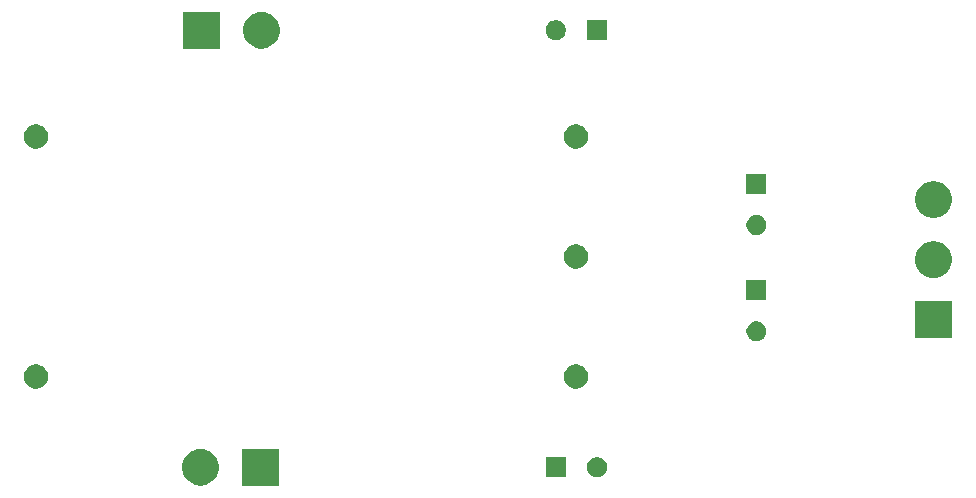
<source format=gbs>
G04 #@! TF.GenerationSoftware,KiCad,Pcbnew,(5.1.4)-1*
G04 #@! TF.CreationDate,2021-06-03T13:44:04-04:00*
G04 #@! TF.ProjectId,controller_power_mod,636f6e74-726f-46c6-9c65-725f706f7765,rev?*
G04 #@! TF.SameCoordinates,Original*
G04 #@! TF.FileFunction,Soldermask,Bot*
G04 #@! TF.FilePolarity,Negative*
%FSLAX46Y46*%
G04 Gerber Fmt 4.6, Leading zero omitted, Abs format (unit mm)*
G04 Created by KiCad (PCBNEW (5.1.4)-1) date 2021-06-03 13:44:04*
%MOMM*%
%LPD*%
G04 APERTURE LIST*
%ADD10C,0.100000*%
G04 APERTURE END LIST*
D10*
G36*
X69551000Y-110551000D02*
G01*
X66449000Y-110551000D01*
X66449000Y-107449000D01*
X69551000Y-107449000D01*
X69551000Y-110551000D01*
X69551000Y-110551000D01*
G37*
G36*
X63222585Y-107478802D02*
G01*
X63372410Y-107508604D01*
X63654674Y-107625521D01*
X63908705Y-107795259D01*
X64124741Y-108011295D01*
X64294479Y-108265326D01*
X64411396Y-108547590D01*
X64471000Y-108847240D01*
X64471000Y-109152760D01*
X64411396Y-109452410D01*
X64294479Y-109734674D01*
X64124741Y-109988705D01*
X63908705Y-110204741D01*
X63654674Y-110374479D01*
X63372410Y-110491396D01*
X63222585Y-110521198D01*
X63072761Y-110551000D01*
X62767239Y-110551000D01*
X62617415Y-110521198D01*
X62467590Y-110491396D01*
X62185326Y-110374479D01*
X61931295Y-110204741D01*
X61715259Y-109988705D01*
X61545521Y-109734674D01*
X61428604Y-109452410D01*
X61369000Y-109152760D01*
X61369000Y-108847240D01*
X61428604Y-108547590D01*
X61545521Y-108265326D01*
X61715259Y-108011295D01*
X61931295Y-107795259D01*
X62185326Y-107625521D01*
X62467590Y-107508604D01*
X62617415Y-107478802D01*
X62767239Y-107449000D01*
X63072761Y-107449000D01*
X63222585Y-107478802D01*
X63222585Y-107478802D01*
G37*
G36*
X93851000Y-109851000D02*
G01*
X92149000Y-109851000D01*
X92149000Y-108149000D01*
X93851000Y-108149000D01*
X93851000Y-109851000D01*
X93851000Y-109851000D01*
G37*
G36*
X96748228Y-108181703D02*
G01*
X96903100Y-108245853D01*
X97042481Y-108338985D01*
X97161015Y-108457519D01*
X97254147Y-108596900D01*
X97318297Y-108751772D01*
X97351000Y-108916184D01*
X97351000Y-109083816D01*
X97318297Y-109248228D01*
X97254147Y-109403100D01*
X97161015Y-109542481D01*
X97042481Y-109661015D01*
X96903100Y-109754147D01*
X96748228Y-109818297D01*
X96583816Y-109851000D01*
X96416184Y-109851000D01*
X96251772Y-109818297D01*
X96096900Y-109754147D01*
X95957519Y-109661015D01*
X95838985Y-109542481D01*
X95745853Y-109403100D01*
X95681703Y-109248228D01*
X95649000Y-109083816D01*
X95649000Y-108916184D01*
X95681703Y-108751772D01*
X95745853Y-108596900D01*
X95838985Y-108457519D01*
X95957519Y-108338985D01*
X96096900Y-108245853D01*
X96251772Y-108181703D01*
X96416184Y-108149000D01*
X96583816Y-108149000D01*
X96748228Y-108181703D01*
X96748228Y-108181703D01*
G37*
G36*
X95019272Y-100333428D02*
G01*
X95205991Y-100410770D01*
X95205993Y-100410771D01*
X95374037Y-100523054D01*
X95516946Y-100665963D01*
X95629229Y-100834007D01*
X95629230Y-100834009D01*
X95706572Y-101020728D01*
X95746000Y-101218947D01*
X95746000Y-101421053D01*
X95706572Y-101619272D01*
X95629230Y-101805991D01*
X95629229Y-101805993D01*
X95516946Y-101974037D01*
X95374037Y-102116946D01*
X95205993Y-102229229D01*
X95205992Y-102229230D01*
X95205991Y-102229230D01*
X95019272Y-102306572D01*
X94821053Y-102346000D01*
X94618947Y-102346000D01*
X94420728Y-102306572D01*
X94234009Y-102229230D01*
X94234008Y-102229230D01*
X94234007Y-102229229D01*
X94065963Y-102116946D01*
X93923054Y-101974037D01*
X93810771Y-101805993D01*
X93810770Y-101805991D01*
X93733428Y-101619272D01*
X93694000Y-101421053D01*
X93694000Y-101218947D01*
X93733428Y-101020728D01*
X93810770Y-100834009D01*
X93810771Y-100834007D01*
X93923054Y-100665963D01*
X94065963Y-100523054D01*
X94234007Y-100410771D01*
X94234009Y-100410770D01*
X94420728Y-100333428D01*
X94618947Y-100294000D01*
X94821053Y-100294000D01*
X95019272Y-100333428D01*
X95019272Y-100333428D01*
G37*
G36*
X49299272Y-100333428D02*
G01*
X49485991Y-100410770D01*
X49485993Y-100410771D01*
X49654037Y-100523054D01*
X49796946Y-100665963D01*
X49909229Y-100834007D01*
X49909230Y-100834009D01*
X49986572Y-101020728D01*
X50026000Y-101218947D01*
X50026000Y-101421053D01*
X49986572Y-101619272D01*
X49909230Y-101805991D01*
X49909229Y-101805993D01*
X49796946Y-101974037D01*
X49654037Y-102116946D01*
X49485993Y-102229229D01*
X49485992Y-102229230D01*
X49485991Y-102229230D01*
X49299272Y-102306572D01*
X49101053Y-102346000D01*
X48898947Y-102346000D01*
X48700728Y-102306572D01*
X48514009Y-102229230D01*
X48514008Y-102229230D01*
X48514007Y-102229229D01*
X48345963Y-102116946D01*
X48203054Y-101974037D01*
X48090771Y-101805993D01*
X48090770Y-101805991D01*
X48013428Y-101619272D01*
X47974000Y-101421053D01*
X47974000Y-101218947D01*
X48013428Y-101020728D01*
X48090770Y-100834009D01*
X48090771Y-100834007D01*
X48203054Y-100665963D01*
X48345963Y-100523054D01*
X48514007Y-100410771D01*
X48514009Y-100410770D01*
X48700728Y-100333428D01*
X48898947Y-100294000D01*
X49101053Y-100294000D01*
X49299272Y-100333428D01*
X49299272Y-100333428D01*
G37*
G36*
X110248228Y-96681703D02*
G01*
X110403100Y-96745853D01*
X110542481Y-96838985D01*
X110661015Y-96957519D01*
X110754147Y-97096900D01*
X110818297Y-97251772D01*
X110851000Y-97416184D01*
X110851000Y-97583816D01*
X110818297Y-97748228D01*
X110754147Y-97903100D01*
X110661015Y-98042481D01*
X110542481Y-98161015D01*
X110403100Y-98254147D01*
X110248228Y-98318297D01*
X110083816Y-98351000D01*
X109916184Y-98351000D01*
X109751772Y-98318297D01*
X109596900Y-98254147D01*
X109457519Y-98161015D01*
X109338985Y-98042481D01*
X109245853Y-97903100D01*
X109181703Y-97748228D01*
X109149000Y-97583816D01*
X109149000Y-97416184D01*
X109181703Y-97251772D01*
X109245853Y-97096900D01*
X109338985Y-96957519D01*
X109457519Y-96838985D01*
X109596900Y-96745853D01*
X109751772Y-96681703D01*
X109916184Y-96649000D01*
X110083816Y-96649000D01*
X110248228Y-96681703D01*
X110248228Y-96681703D01*
G37*
G36*
X126551000Y-98051000D02*
G01*
X123449000Y-98051000D01*
X123449000Y-94949000D01*
X126551000Y-94949000D01*
X126551000Y-98051000D01*
X126551000Y-98051000D01*
G37*
G36*
X110851000Y-94851000D02*
G01*
X109149000Y-94851000D01*
X109149000Y-93149000D01*
X110851000Y-93149000D01*
X110851000Y-94851000D01*
X110851000Y-94851000D01*
G37*
G36*
X125302585Y-89898802D02*
G01*
X125452410Y-89928604D01*
X125734674Y-90045521D01*
X125988705Y-90215259D01*
X126204741Y-90431295D01*
X126374479Y-90685326D01*
X126491396Y-90967590D01*
X126491396Y-90967591D01*
X126551000Y-91267239D01*
X126551000Y-91572761D01*
X126536433Y-91645993D01*
X126491396Y-91872410D01*
X126374479Y-92154674D01*
X126204741Y-92408705D01*
X125988705Y-92624741D01*
X125734674Y-92794479D01*
X125452410Y-92911396D01*
X125302585Y-92941198D01*
X125152761Y-92971000D01*
X124847239Y-92971000D01*
X124697415Y-92941198D01*
X124547590Y-92911396D01*
X124265326Y-92794479D01*
X124011295Y-92624741D01*
X123795259Y-92408705D01*
X123625521Y-92154674D01*
X123508604Y-91872410D01*
X123463567Y-91645993D01*
X123449000Y-91572761D01*
X123449000Y-91267239D01*
X123508604Y-90967591D01*
X123508604Y-90967590D01*
X123625521Y-90685326D01*
X123795259Y-90431295D01*
X124011295Y-90215259D01*
X124265326Y-90045521D01*
X124547590Y-89928604D01*
X124697415Y-89898802D01*
X124847239Y-89869000D01*
X125152761Y-89869000D01*
X125302585Y-89898802D01*
X125302585Y-89898802D01*
G37*
G36*
X95019272Y-90173428D02*
G01*
X95205991Y-90250770D01*
X95205993Y-90250771D01*
X95374037Y-90363054D01*
X95516946Y-90505963D01*
X95629229Y-90674007D01*
X95629230Y-90674009D01*
X95706572Y-90860728D01*
X95746000Y-91058947D01*
X95746000Y-91261053D01*
X95706572Y-91459272D01*
X95659563Y-91572760D01*
X95629229Y-91645993D01*
X95516946Y-91814037D01*
X95374037Y-91956946D01*
X95205993Y-92069229D01*
X95205992Y-92069230D01*
X95205991Y-92069230D01*
X95019272Y-92146572D01*
X94821053Y-92186000D01*
X94618947Y-92186000D01*
X94420728Y-92146572D01*
X94234009Y-92069230D01*
X94234008Y-92069230D01*
X94234007Y-92069229D01*
X94065963Y-91956946D01*
X93923054Y-91814037D01*
X93810771Y-91645993D01*
X93780437Y-91572760D01*
X93733428Y-91459272D01*
X93694000Y-91261053D01*
X93694000Y-91058947D01*
X93733428Y-90860728D01*
X93810770Y-90674009D01*
X93810771Y-90674007D01*
X93923054Y-90505963D01*
X94065963Y-90363054D01*
X94234007Y-90250771D01*
X94234009Y-90250770D01*
X94420728Y-90173428D01*
X94618947Y-90134000D01*
X94821053Y-90134000D01*
X95019272Y-90173428D01*
X95019272Y-90173428D01*
G37*
G36*
X110248228Y-87681703D02*
G01*
X110403100Y-87745853D01*
X110542481Y-87838985D01*
X110661015Y-87957519D01*
X110754147Y-88096900D01*
X110818297Y-88251772D01*
X110851000Y-88416184D01*
X110851000Y-88583816D01*
X110818297Y-88748228D01*
X110754147Y-88903100D01*
X110661015Y-89042481D01*
X110542481Y-89161015D01*
X110403100Y-89254147D01*
X110248228Y-89318297D01*
X110083816Y-89351000D01*
X109916184Y-89351000D01*
X109751772Y-89318297D01*
X109596900Y-89254147D01*
X109457519Y-89161015D01*
X109338985Y-89042481D01*
X109245853Y-88903100D01*
X109181703Y-88748228D01*
X109149000Y-88583816D01*
X109149000Y-88416184D01*
X109181703Y-88251772D01*
X109245853Y-88096900D01*
X109338985Y-87957519D01*
X109457519Y-87838985D01*
X109596900Y-87745853D01*
X109751772Y-87681703D01*
X109916184Y-87649000D01*
X110083816Y-87649000D01*
X110248228Y-87681703D01*
X110248228Y-87681703D01*
G37*
G36*
X125302585Y-84818802D02*
G01*
X125452410Y-84848604D01*
X125734674Y-84965521D01*
X125988705Y-85135259D01*
X126204741Y-85351295D01*
X126374479Y-85605326D01*
X126491396Y-85887590D01*
X126551000Y-86187240D01*
X126551000Y-86492760D01*
X126491396Y-86792410D01*
X126374479Y-87074674D01*
X126204741Y-87328705D01*
X125988705Y-87544741D01*
X125734674Y-87714479D01*
X125452410Y-87831396D01*
X125414257Y-87838985D01*
X125152761Y-87891000D01*
X124847239Y-87891000D01*
X124585743Y-87838985D01*
X124547590Y-87831396D01*
X124265326Y-87714479D01*
X124011295Y-87544741D01*
X123795259Y-87328705D01*
X123625521Y-87074674D01*
X123508604Y-86792410D01*
X123449000Y-86492760D01*
X123449000Y-86187240D01*
X123508604Y-85887590D01*
X123625521Y-85605326D01*
X123795259Y-85351295D01*
X124011295Y-85135259D01*
X124265326Y-84965521D01*
X124547590Y-84848604D01*
X124697415Y-84818802D01*
X124847239Y-84789000D01*
X125152761Y-84789000D01*
X125302585Y-84818802D01*
X125302585Y-84818802D01*
G37*
G36*
X110851000Y-85851000D02*
G01*
X109149000Y-85851000D01*
X109149000Y-84149000D01*
X110851000Y-84149000D01*
X110851000Y-85851000D01*
X110851000Y-85851000D01*
G37*
G36*
X95019272Y-80013428D02*
G01*
X95205991Y-80090770D01*
X95205993Y-80090771D01*
X95374037Y-80203054D01*
X95516946Y-80345963D01*
X95629229Y-80514007D01*
X95629230Y-80514009D01*
X95706572Y-80700728D01*
X95746000Y-80898947D01*
X95746000Y-81101053D01*
X95706572Y-81299272D01*
X95629230Y-81485991D01*
X95629229Y-81485993D01*
X95516946Y-81654037D01*
X95374037Y-81796946D01*
X95205993Y-81909229D01*
X95205992Y-81909230D01*
X95205991Y-81909230D01*
X95019272Y-81986572D01*
X94821053Y-82026000D01*
X94618947Y-82026000D01*
X94420728Y-81986572D01*
X94234009Y-81909230D01*
X94234008Y-81909230D01*
X94234007Y-81909229D01*
X94065963Y-81796946D01*
X93923054Y-81654037D01*
X93810771Y-81485993D01*
X93810770Y-81485991D01*
X93733428Y-81299272D01*
X93694000Y-81101053D01*
X93694000Y-80898947D01*
X93733428Y-80700728D01*
X93810770Y-80514009D01*
X93810771Y-80514007D01*
X93923054Y-80345963D01*
X94065963Y-80203054D01*
X94234007Y-80090771D01*
X94234009Y-80090770D01*
X94420728Y-80013428D01*
X94618947Y-79974000D01*
X94821053Y-79974000D01*
X95019272Y-80013428D01*
X95019272Y-80013428D01*
G37*
G36*
X49299272Y-80013428D02*
G01*
X49485991Y-80090770D01*
X49485993Y-80090771D01*
X49654037Y-80203054D01*
X49796946Y-80345963D01*
X49909229Y-80514007D01*
X49909230Y-80514009D01*
X49986572Y-80700728D01*
X50026000Y-80898947D01*
X50026000Y-81101053D01*
X49986572Y-81299272D01*
X49909230Y-81485991D01*
X49909229Y-81485993D01*
X49796946Y-81654037D01*
X49654037Y-81796946D01*
X49485993Y-81909229D01*
X49485992Y-81909230D01*
X49485991Y-81909230D01*
X49299272Y-81986572D01*
X49101053Y-82026000D01*
X48898947Y-82026000D01*
X48700728Y-81986572D01*
X48514009Y-81909230D01*
X48514008Y-81909230D01*
X48514007Y-81909229D01*
X48345963Y-81796946D01*
X48203054Y-81654037D01*
X48090771Y-81485993D01*
X48090770Y-81485991D01*
X48013428Y-81299272D01*
X47974000Y-81101053D01*
X47974000Y-80898947D01*
X48013428Y-80700728D01*
X48090770Y-80514009D01*
X48090771Y-80514007D01*
X48203054Y-80345963D01*
X48345963Y-80203054D01*
X48514007Y-80090771D01*
X48514009Y-80090770D01*
X48700728Y-80013428D01*
X48898947Y-79974000D01*
X49101053Y-79974000D01*
X49299272Y-80013428D01*
X49299272Y-80013428D01*
G37*
G36*
X64551000Y-73551000D02*
G01*
X61449000Y-73551000D01*
X61449000Y-70449000D01*
X64551000Y-70449000D01*
X64551000Y-73551000D01*
X64551000Y-73551000D01*
G37*
G36*
X68382585Y-70478802D02*
G01*
X68532410Y-70508604D01*
X68814674Y-70625521D01*
X69068705Y-70795259D01*
X69284741Y-71011295D01*
X69454479Y-71265326D01*
X69571396Y-71547590D01*
X69631000Y-71847240D01*
X69631000Y-72152760D01*
X69571396Y-72452410D01*
X69454479Y-72734674D01*
X69284741Y-72988705D01*
X69068705Y-73204741D01*
X68814674Y-73374479D01*
X68532410Y-73491396D01*
X68382585Y-73521198D01*
X68232761Y-73551000D01*
X67927239Y-73551000D01*
X67777415Y-73521198D01*
X67627590Y-73491396D01*
X67345326Y-73374479D01*
X67091295Y-73204741D01*
X66875259Y-72988705D01*
X66705521Y-72734674D01*
X66588604Y-72452410D01*
X66529000Y-72152760D01*
X66529000Y-71847240D01*
X66588604Y-71547590D01*
X66705521Y-71265326D01*
X66875259Y-71011295D01*
X67091295Y-70795259D01*
X67345326Y-70625521D01*
X67627590Y-70508604D01*
X67777415Y-70478802D01*
X67927239Y-70449000D01*
X68232761Y-70449000D01*
X68382585Y-70478802D01*
X68382585Y-70478802D01*
G37*
G36*
X93248228Y-71181703D02*
G01*
X93403100Y-71245853D01*
X93542481Y-71338985D01*
X93661015Y-71457519D01*
X93754147Y-71596900D01*
X93818297Y-71751772D01*
X93851000Y-71916184D01*
X93851000Y-72083816D01*
X93818297Y-72248228D01*
X93754147Y-72403100D01*
X93661015Y-72542481D01*
X93542481Y-72661015D01*
X93403100Y-72754147D01*
X93248228Y-72818297D01*
X93083816Y-72851000D01*
X92916184Y-72851000D01*
X92751772Y-72818297D01*
X92596900Y-72754147D01*
X92457519Y-72661015D01*
X92338985Y-72542481D01*
X92245853Y-72403100D01*
X92181703Y-72248228D01*
X92149000Y-72083816D01*
X92149000Y-71916184D01*
X92181703Y-71751772D01*
X92245853Y-71596900D01*
X92338985Y-71457519D01*
X92457519Y-71338985D01*
X92596900Y-71245853D01*
X92751772Y-71181703D01*
X92916184Y-71149000D01*
X93083816Y-71149000D01*
X93248228Y-71181703D01*
X93248228Y-71181703D01*
G37*
G36*
X97351000Y-72851000D02*
G01*
X95649000Y-72851000D01*
X95649000Y-71149000D01*
X97351000Y-71149000D01*
X97351000Y-72851000D01*
X97351000Y-72851000D01*
G37*
M02*

</source>
